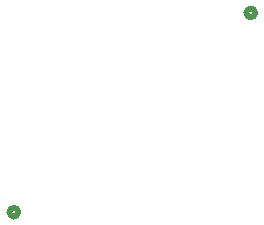
<source format=gbr>
%TF.GenerationSoftware,KiCad,Pcbnew,9.0.0*%
%TF.CreationDate,2025-04-07T00:56:54-07:00*%
%TF.ProjectId,Motor_quick_connect,4d6f746f-725f-4717-9569-636b5f636f6e,rev?*%
%TF.SameCoordinates,Original*%
%TF.FileFunction,Legend,Bot*%
%TF.FilePolarity,Positive*%
%FSLAX46Y46*%
G04 Gerber Fmt 4.6, Leading zero omitted, Abs format (unit mm)*
G04 Created by KiCad (PCBNEW 9.0.0) date 2025-04-07 00:56:54*
%MOMM*%
%LPD*%
G01*
G04 APERTURE LIST*
%ADD10C,0.508000*%
G04 APERTURE END LIST*
D10*
%TO.C,J4*%
X54630700Y-65715300D02*
G75*
G02*
X53868700Y-65715300I-381000J0D01*
G01*
X53868700Y-65715300D02*
G75*
G02*
X54630700Y-65715300I381000J0D01*
G01*
%TO.C,J6*%
X74699000Y-48846000D02*
G75*
G02*
X73937000Y-48846000I-381000J0D01*
G01*
X73937000Y-48846000D02*
G75*
G02*
X74699000Y-48846000I381000J0D01*
G01*
%TD*%
M02*

</source>
